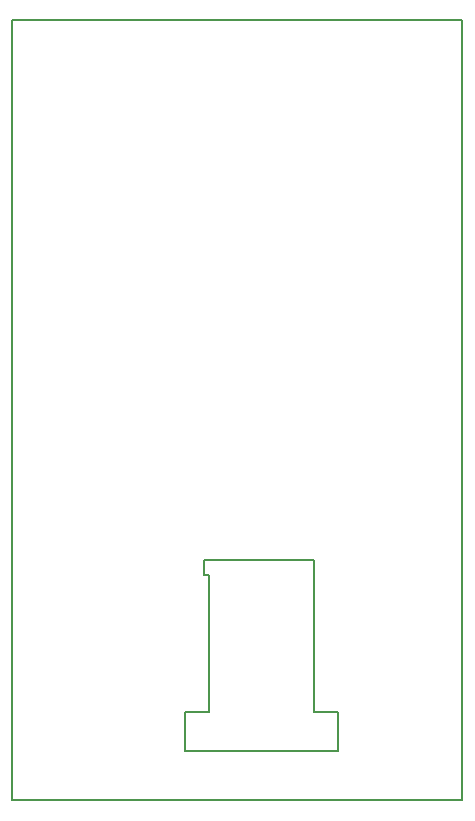
<source format=gbr>
G04 #@! TF.GenerationSoftware,KiCad,Pcbnew,5.0.1*
G04 #@! TF.CreationDate,2019-01-03T14:53:17+01:00*
G04 #@! TF.ProjectId,e73-c,6537332D632E6B696361645F70636200,rev?*
G04 #@! TF.SameCoordinates,Original*
G04 #@! TF.FileFunction,Profile,NP*
%FSLAX46Y46*%
G04 Gerber Fmt 4.6, Leading zero omitted, Abs format (unit mm)*
G04 Created by KiCad (PCBNEW 5.0.1) date do 03 jan 2019 14:53:17 CET*
%MOMM*%
%LPD*%
G01*
G04 APERTURE LIST*
%ADD10C,0.150000*%
%ADD11C,0.200000*%
G04 APERTURE END LIST*
D10*
X148691600Y-109372400D02*
X146685000Y-109372400D01*
X157581600Y-109372400D02*
X159639000Y-109372400D01*
X157581600Y-96494600D02*
X157581600Y-109372400D01*
X148691600Y-97739200D02*
X148259800Y-97739200D01*
X148259800Y-96494600D02*
X148259800Y-97739200D01*
X148259800Y-96494600D02*
X157581600Y-96494600D01*
D11*
X148691600Y-108178600D02*
X148691600Y-109397800D01*
D10*
X148691600Y-97739200D02*
X148691600Y-108178600D01*
X170180000Y-109220000D02*
X170180000Y-116840000D01*
X132080000Y-116840000D02*
X170180000Y-116840000D01*
D11*
X132080000Y-109220000D02*
X132080000Y-116840000D01*
D10*
X159639000Y-112649000D02*
X159639000Y-109347000D01*
X146685000Y-112649000D02*
X159639000Y-112649000D01*
X146685000Y-109347000D02*
X146685000Y-112649000D01*
D11*
X170180000Y-50800000D02*
X170180000Y-53340000D01*
X132080000Y-50800000D02*
X170180000Y-50800000D01*
X132080000Y-53340000D02*
X132080000Y-50800000D01*
D10*
X170180000Y-109220000D02*
X170180000Y-106680000D01*
X132080000Y-106680000D02*
X132080000Y-109220000D01*
X132080000Y-106680000D02*
X132080000Y-53340000D01*
X170180000Y-106680000D02*
X170180000Y-53340000D01*
M02*

</source>
